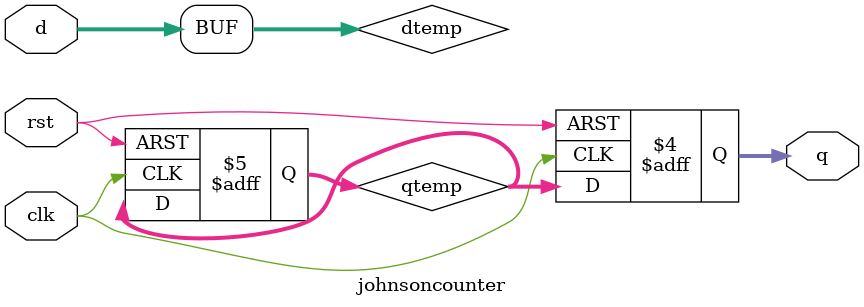
<source format=v>
`timescale 1ns / 1ps


module johnsoncounter(input [3:0] d, input clk, input rst, output reg [3:0] q);
reg [3:0] dtemp;
reg [3:0] qtemp;
    initial begin
        dtemp = d;
    end
    always @ (posedge clk or negedge rst) begin
        if(!rst) begin
            qtemp = 4'b0000;
        end
        else begin
//            qtemp[0] <= dtemp[0];
//            qtemp[1] <= dtemp[1];
//            qtemp[2] <= dtemp[2];
//            qtemp[3] <= dtemp[3];
//            dtemp[0] <= ~qtemp[3];
//            qtemp = {qtemp[2:0], ~qtemp[3]};
            
        end
        q <= qtemp;
    end 

endmodule

</source>
